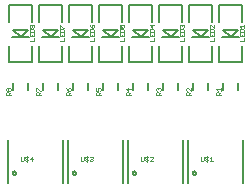
<source format=gto>
G75*
G70*
%OFA0B0*%
%FSLAX24Y24*%
%IPPOS*%
%LPD*%
%AMOC8*
5,1,8,0,0,1.08239X$1,22.5*
%
%ADD10C,0.0080*%
%ADD11C,0.0010*%
%ADD12C,0.0060*%
D10*
X000435Y003492D02*
X000437Y003507D01*
X000443Y003520D01*
X000452Y003532D01*
X000463Y003541D01*
X000477Y003547D01*
X000492Y003549D01*
X000507Y003547D01*
X000520Y003541D01*
X000532Y003532D01*
X000541Y003521D01*
X000547Y003507D01*
X000549Y003492D01*
X000547Y003477D01*
X000541Y003464D01*
X000532Y003452D01*
X000521Y003443D01*
X000507Y003437D01*
X000492Y003435D01*
X000477Y003437D01*
X000464Y003443D01*
X000452Y003452D01*
X000443Y003463D01*
X000437Y003477D01*
X000435Y003492D01*
X002435Y003492D02*
X002437Y003507D01*
X002443Y003520D01*
X002452Y003532D01*
X002463Y003541D01*
X002477Y003547D01*
X002492Y003549D01*
X002507Y003547D01*
X002520Y003541D01*
X002532Y003532D01*
X002541Y003521D01*
X002547Y003507D01*
X002549Y003492D01*
X002547Y003477D01*
X002541Y003464D01*
X002532Y003452D01*
X002521Y003443D01*
X002507Y003437D01*
X002492Y003435D01*
X002477Y003437D01*
X002464Y003443D01*
X002452Y003452D01*
X002443Y003463D01*
X002437Y003477D01*
X002435Y003492D01*
X004435Y003492D02*
X004437Y003507D01*
X004443Y003520D01*
X004452Y003532D01*
X004463Y003541D01*
X004477Y003547D01*
X004492Y003549D01*
X004507Y003547D01*
X004520Y003541D01*
X004532Y003532D01*
X004541Y003521D01*
X004547Y003507D01*
X004549Y003492D01*
X004547Y003477D01*
X004541Y003464D01*
X004532Y003452D01*
X004521Y003443D01*
X004507Y003437D01*
X004492Y003435D01*
X004477Y003437D01*
X004464Y003443D01*
X004452Y003452D01*
X004443Y003463D01*
X004437Y003477D01*
X004435Y003492D01*
X006435Y003492D02*
X006437Y003507D01*
X006443Y003520D01*
X006452Y003532D01*
X006463Y003541D01*
X006477Y003547D01*
X006492Y003549D01*
X006507Y003547D01*
X006520Y003541D01*
X006532Y003532D01*
X006541Y003521D01*
X006547Y003507D01*
X006549Y003492D01*
X006547Y003477D01*
X006541Y003464D01*
X006532Y003452D01*
X006521Y003443D01*
X006507Y003437D01*
X006492Y003435D01*
X006477Y003437D01*
X006464Y003443D01*
X006452Y003452D01*
X006443Y003463D01*
X006437Y003477D01*
X006435Y003492D01*
X006308Y007187D02*
X006308Y007738D01*
X006095Y007738D02*
X006095Y007187D01*
X005308Y007187D01*
X005308Y007738D01*
X005095Y007738D02*
X005095Y007187D01*
X004308Y007187D01*
X004308Y007738D01*
X004095Y007738D02*
X004095Y007187D01*
X003308Y007187D01*
X003308Y007738D01*
X003095Y007738D02*
X003095Y007187D01*
X002308Y007187D01*
X002308Y007738D01*
X002095Y007738D02*
X002095Y007187D01*
X001308Y007187D01*
X001308Y007738D01*
X001095Y007738D02*
X001095Y007187D01*
X000308Y007187D01*
X000308Y007738D01*
X000426Y008013D02*
X000702Y008013D01*
X000465Y008250D01*
X000938Y008250D01*
X000702Y008013D01*
X000977Y008013D01*
X001426Y008013D02*
X001702Y008013D01*
X001465Y008250D01*
X001938Y008250D01*
X001702Y008013D01*
X001977Y008013D01*
X002426Y008013D02*
X002702Y008013D01*
X002465Y008250D01*
X002938Y008250D01*
X002702Y008013D01*
X002977Y008013D01*
X003426Y008013D02*
X003702Y008013D01*
X003465Y008250D01*
X003938Y008250D01*
X003702Y008013D01*
X003977Y008013D01*
X004426Y008013D02*
X004702Y008013D01*
X004465Y008250D01*
X004938Y008250D01*
X004702Y008013D01*
X004977Y008013D01*
X005426Y008013D02*
X005702Y008013D01*
X005465Y008250D01*
X005938Y008250D01*
X005702Y008013D01*
X005977Y008013D01*
X006426Y008013D02*
X006702Y008013D01*
X006465Y008250D01*
X006938Y008250D01*
X006702Y008013D01*
X006977Y008013D01*
X007095Y007738D02*
X007095Y007187D01*
X006308Y007187D01*
X007308Y007187D02*
X007308Y007738D01*
X007426Y008013D02*
X007702Y008013D01*
X007465Y008250D01*
X007938Y008250D01*
X007702Y008013D01*
X007977Y008013D01*
X008095Y007738D02*
X008095Y007187D01*
X007308Y007187D01*
X007308Y008525D02*
X007308Y009076D01*
X008095Y009076D01*
X008095Y008525D01*
X007095Y008525D02*
X007095Y009076D01*
X006308Y009076D01*
X006308Y008525D01*
X006095Y008525D02*
X006095Y009076D01*
X005308Y009076D01*
X005308Y008525D01*
X005095Y008525D02*
X005095Y009076D01*
X004308Y009076D01*
X004308Y008525D01*
X004095Y008525D02*
X004095Y009076D01*
X003308Y009076D01*
X003308Y008525D01*
X003095Y008525D02*
X003095Y009076D01*
X002308Y009076D01*
X002308Y008525D01*
X002095Y008525D02*
X002095Y009076D01*
X001308Y009076D01*
X001308Y008525D01*
X001095Y008525D02*
X001095Y009076D01*
X000308Y009076D01*
X000308Y008525D01*
D11*
X001006Y008414D02*
X001031Y008439D01*
X001056Y008439D01*
X001082Y008414D01*
X001082Y008364D01*
X001056Y008339D01*
X001031Y008339D01*
X001006Y008364D01*
X001006Y008414D01*
X001082Y008414D02*
X001107Y008439D01*
X001132Y008439D01*
X001157Y008414D01*
X001157Y008364D01*
X001132Y008339D01*
X001107Y008339D01*
X001082Y008364D01*
X001132Y008292D02*
X001031Y008292D01*
X001006Y008267D01*
X001006Y008192D01*
X001157Y008192D01*
X001157Y008267D01*
X001132Y008292D01*
X001157Y008145D02*
X001157Y008045D01*
X001006Y008045D01*
X001006Y008145D01*
X001082Y008095D02*
X001082Y008045D01*
X001157Y007997D02*
X001157Y007897D01*
X001006Y007897D01*
X002006Y007897D02*
X002157Y007897D01*
X002157Y007997D01*
X002157Y008045D02*
X002157Y008145D01*
X002157Y008192D02*
X002157Y008267D01*
X002132Y008292D01*
X002031Y008292D01*
X002006Y008267D01*
X002006Y008192D01*
X002157Y008192D01*
X002082Y008095D02*
X002082Y008045D01*
X002157Y008045D02*
X002006Y008045D01*
X002006Y008145D01*
X002006Y008339D02*
X002006Y008439D01*
X002031Y008439D01*
X002132Y008339D01*
X002157Y008339D01*
X003006Y008267D02*
X003006Y008192D01*
X003157Y008192D01*
X003157Y008267D01*
X003132Y008292D01*
X003031Y008292D01*
X003006Y008267D01*
X003082Y008339D02*
X003082Y008414D01*
X003107Y008439D01*
X003132Y008439D01*
X003157Y008414D01*
X003157Y008364D01*
X003132Y008339D01*
X003082Y008339D01*
X003031Y008389D01*
X003006Y008439D01*
X003006Y008145D02*
X003006Y008045D01*
X003157Y008045D01*
X003157Y008145D01*
X003082Y008095D02*
X003082Y008045D01*
X003157Y007997D02*
X003157Y007897D01*
X003006Y007897D01*
X004006Y007897D02*
X004157Y007897D01*
X004157Y007997D01*
X004157Y008045D02*
X004157Y008145D01*
X004157Y008192D02*
X004157Y008267D01*
X004132Y008292D01*
X004031Y008292D01*
X004006Y008267D01*
X004006Y008192D01*
X004157Y008192D01*
X004082Y008095D02*
X004082Y008045D01*
X004157Y008045D02*
X004006Y008045D01*
X004006Y008145D01*
X004006Y008339D02*
X004082Y008339D01*
X004056Y008389D01*
X004056Y008414D01*
X004082Y008439D01*
X004132Y008439D01*
X004157Y008414D01*
X004157Y008364D01*
X004132Y008339D01*
X004006Y008339D02*
X004006Y008439D01*
X005006Y008414D02*
X005082Y008339D01*
X005082Y008439D01*
X005157Y008414D02*
X005006Y008414D01*
X005031Y008292D02*
X005006Y008267D01*
X005006Y008192D01*
X005157Y008192D01*
X005157Y008267D01*
X005132Y008292D01*
X005031Y008292D01*
X005006Y008145D02*
X005006Y008045D01*
X005157Y008045D01*
X005157Y008145D01*
X005082Y008095D02*
X005082Y008045D01*
X005157Y007997D02*
X005157Y007897D01*
X005006Y007897D01*
X006006Y007897D02*
X006157Y007897D01*
X006157Y007997D01*
X006157Y008045D02*
X006157Y008145D01*
X006157Y008192D02*
X006157Y008267D01*
X006132Y008292D01*
X006031Y008292D01*
X006006Y008267D01*
X006006Y008192D01*
X006157Y008192D01*
X006082Y008095D02*
X006082Y008045D01*
X006157Y008045D02*
X006006Y008045D01*
X006006Y008145D01*
X006031Y008339D02*
X006006Y008364D01*
X006006Y008414D01*
X006031Y008439D01*
X006056Y008439D01*
X006082Y008414D01*
X006107Y008439D01*
X006132Y008439D01*
X006157Y008414D01*
X006157Y008364D01*
X006132Y008339D01*
X006082Y008389D02*
X006082Y008414D01*
X007006Y008414D02*
X007006Y008364D01*
X007031Y008339D01*
X007031Y008292D02*
X007006Y008267D01*
X007006Y008192D01*
X007157Y008192D01*
X007157Y008267D01*
X007132Y008292D01*
X007031Y008292D01*
X007006Y008414D02*
X007031Y008439D01*
X007056Y008439D01*
X007157Y008339D01*
X007157Y008439D01*
X007157Y008145D02*
X007157Y008045D01*
X007006Y008045D01*
X007006Y008145D01*
X007082Y008095D02*
X007082Y008045D01*
X007157Y007997D02*
X007157Y007897D01*
X007006Y007897D01*
X008006Y007897D02*
X008157Y007897D01*
X008157Y007997D01*
X008157Y008045D02*
X008157Y008145D01*
X008157Y008192D02*
X008157Y008267D01*
X008132Y008292D01*
X008031Y008292D01*
X008006Y008267D01*
X008006Y008192D01*
X008157Y008192D01*
X008082Y008095D02*
X008082Y008045D01*
X008157Y008045D02*
X008006Y008045D01*
X008006Y008145D01*
X008056Y008339D02*
X008006Y008389D01*
X008157Y008389D01*
X008157Y008339D02*
X008157Y008439D01*
X007372Y006334D02*
X007372Y006234D01*
X007372Y006187D02*
X007322Y006137D01*
X007322Y006162D02*
X007322Y006087D01*
X007372Y006087D02*
X007221Y006087D01*
X007221Y006162D01*
X007246Y006187D01*
X007297Y006187D01*
X007322Y006162D01*
X007271Y006234D02*
X007221Y006284D01*
X007372Y006284D01*
X006372Y006234D02*
X006271Y006334D01*
X006246Y006334D01*
X006221Y006309D01*
X006221Y006259D01*
X006246Y006234D01*
X006246Y006187D02*
X006297Y006187D01*
X006322Y006162D01*
X006322Y006087D01*
X006372Y006087D02*
X006221Y006087D01*
X006221Y006162D01*
X006246Y006187D01*
X006322Y006137D02*
X006372Y006187D01*
X006372Y006234D02*
X006372Y006334D01*
X005372Y006309D02*
X005372Y006259D01*
X005347Y006234D01*
X005372Y006187D02*
X005322Y006137D01*
X005322Y006162D02*
X005322Y006087D01*
X005372Y006087D02*
X005221Y006087D01*
X005221Y006162D01*
X005246Y006187D01*
X005297Y006187D01*
X005322Y006162D01*
X005246Y006234D02*
X005221Y006259D01*
X005221Y006309D01*
X005246Y006334D01*
X005271Y006334D01*
X005297Y006309D01*
X005322Y006334D01*
X005347Y006334D01*
X005372Y006309D01*
X005297Y006309D02*
X005297Y006284D01*
X004372Y006309D02*
X004221Y006309D01*
X004297Y006234D01*
X004297Y006334D01*
X004297Y006187D02*
X004246Y006187D01*
X004221Y006162D01*
X004221Y006087D01*
X004372Y006087D01*
X004322Y006087D02*
X004322Y006162D01*
X004297Y006187D01*
X004322Y006137D02*
X004372Y006187D01*
X003372Y006187D02*
X003322Y006137D01*
X003322Y006162D02*
X003322Y006087D01*
X003372Y006087D02*
X003221Y006087D01*
X003221Y006162D01*
X003246Y006187D01*
X003297Y006187D01*
X003322Y006162D01*
X003347Y006234D02*
X003372Y006259D01*
X003372Y006309D01*
X003347Y006334D01*
X003297Y006334D01*
X003271Y006309D01*
X003271Y006284D01*
X003297Y006234D01*
X003221Y006234D01*
X003221Y006334D01*
X002372Y006309D02*
X002372Y006259D01*
X002347Y006234D01*
X002297Y006234D01*
X002297Y006309D01*
X002322Y006334D01*
X002347Y006334D01*
X002372Y006309D01*
X002297Y006234D02*
X002246Y006284D01*
X002221Y006334D01*
X002246Y006187D02*
X002297Y006187D01*
X002322Y006162D01*
X002322Y006087D01*
X002372Y006087D02*
X002221Y006087D01*
X002221Y006162D01*
X002246Y006187D01*
X002322Y006137D02*
X002372Y006187D01*
X001372Y006187D02*
X001322Y006137D01*
X001322Y006162D02*
X001322Y006087D01*
X001372Y006087D02*
X001221Y006087D01*
X001221Y006162D01*
X001246Y006187D01*
X001297Y006187D01*
X001322Y006162D01*
X001347Y006234D02*
X001372Y006234D01*
X001347Y006234D02*
X001246Y006334D01*
X001221Y006334D01*
X001221Y006234D01*
X000372Y006259D02*
X000347Y006234D01*
X000322Y006234D01*
X000297Y006259D01*
X000297Y006309D01*
X000322Y006334D01*
X000347Y006334D01*
X000372Y006309D01*
X000372Y006259D01*
X000372Y006187D02*
X000322Y006137D01*
X000322Y006162D02*
X000322Y006087D01*
X000372Y006087D02*
X000221Y006087D01*
X000221Y006162D01*
X000246Y006187D01*
X000297Y006187D01*
X000322Y006162D01*
X000271Y006234D02*
X000246Y006234D01*
X000221Y006259D01*
X000221Y006309D01*
X000246Y006334D01*
X000271Y006334D01*
X000297Y006309D01*
X000297Y006259D02*
X000271Y006234D01*
X000707Y004037D02*
X000707Y003912D01*
X000732Y003887D01*
X000782Y003887D01*
X000807Y003912D01*
X000807Y004037D01*
X000854Y004012D02*
X000879Y004037D01*
X000929Y004037D01*
X000954Y004012D01*
X000929Y003962D02*
X000879Y003962D01*
X000854Y003987D01*
X000854Y004012D01*
X000904Y004062D02*
X000904Y003862D01*
X000879Y003887D02*
X000929Y003887D01*
X000954Y003912D01*
X000954Y003937D01*
X000929Y003962D01*
X001001Y003962D02*
X001101Y003962D01*
X001076Y003887D02*
X001076Y004037D01*
X001001Y003962D01*
X000879Y003887D02*
X000854Y003912D01*
X002707Y003912D02*
X002732Y003887D01*
X002782Y003887D01*
X002807Y003912D01*
X002807Y004037D01*
X002854Y004012D02*
X002879Y004037D01*
X002929Y004037D01*
X002954Y004012D01*
X003001Y004012D02*
X003026Y004037D01*
X003076Y004037D01*
X003101Y004012D01*
X003101Y003987D01*
X003076Y003962D01*
X003101Y003937D01*
X003101Y003912D01*
X003076Y003887D01*
X003026Y003887D01*
X003001Y003912D01*
X002954Y003912D02*
X002954Y003937D01*
X002929Y003962D01*
X002879Y003962D01*
X002854Y003987D01*
X002854Y004012D01*
X002904Y004062D02*
X002904Y003862D01*
X002929Y003887D02*
X002954Y003912D01*
X002929Y003887D02*
X002879Y003887D01*
X002854Y003912D01*
X002707Y003912D02*
X002707Y004037D01*
X003051Y003962D02*
X003076Y003962D01*
X004707Y003912D02*
X004732Y003887D01*
X004782Y003887D01*
X004807Y003912D01*
X004807Y004037D01*
X004854Y004012D02*
X004879Y004037D01*
X004929Y004037D01*
X004954Y004012D01*
X005001Y004012D02*
X005026Y004037D01*
X005076Y004037D01*
X005101Y004012D01*
X005101Y003987D01*
X005001Y003887D01*
X005101Y003887D01*
X004954Y003912D02*
X004954Y003937D01*
X004929Y003962D01*
X004879Y003962D01*
X004854Y003987D01*
X004854Y004012D01*
X004904Y004062D02*
X004904Y003862D01*
X004929Y003887D02*
X004954Y003912D01*
X004929Y003887D02*
X004879Y003887D01*
X004854Y003912D01*
X004707Y003912D02*
X004707Y004037D01*
X006707Y004037D02*
X006707Y003912D01*
X006732Y003887D01*
X006782Y003887D01*
X006807Y003912D01*
X006807Y004037D01*
X006854Y004012D02*
X006879Y004037D01*
X006929Y004037D01*
X006954Y004012D01*
X007001Y003987D02*
X007051Y004037D01*
X007051Y003887D01*
X007001Y003887D02*
X007101Y003887D01*
X006954Y003912D02*
X006954Y003937D01*
X006929Y003962D01*
X006879Y003962D01*
X006854Y003987D01*
X006854Y004012D01*
X006904Y004062D02*
X006904Y003862D01*
X006929Y003887D02*
X006954Y003912D01*
X006929Y003887D02*
X006879Y003887D01*
X006854Y003912D01*
D12*
X000272Y004591D02*
X000272Y003172D01*
X002131Y003172D02*
X002131Y004591D01*
X002272Y004591D02*
X002272Y003172D01*
X004131Y003172D02*
X004131Y004591D01*
X004272Y004591D02*
X004272Y003172D01*
X006131Y003172D02*
X006131Y004591D01*
X006272Y004591D02*
X006272Y003172D01*
X008131Y003172D02*
X008131Y004591D01*
X007938Y006263D02*
X007938Y006500D01*
X007465Y006500D02*
X007465Y006263D01*
X006938Y006263D02*
X006938Y006500D01*
X006465Y006500D02*
X006465Y006263D01*
X005938Y006263D02*
X005938Y006500D01*
X005465Y006500D02*
X005465Y006263D01*
X004938Y006263D02*
X004938Y006500D01*
X004465Y006500D02*
X004465Y006263D01*
X003938Y006263D02*
X003938Y006500D01*
X003465Y006500D02*
X003465Y006263D01*
X002938Y006263D02*
X002938Y006500D01*
X002465Y006500D02*
X002465Y006263D01*
X001938Y006263D02*
X001938Y006500D01*
X001465Y006500D02*
X001465Y006263D01*
X000938Y006263D02*
X000938Y006500D01*
X000465Y006500D02*
X000465Y006263D01*
M02*

</source>
